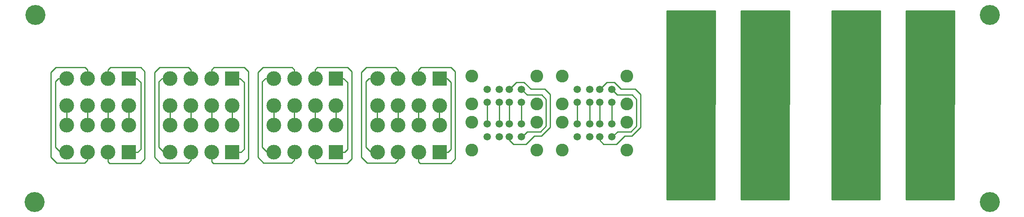
<source format=gbr>
G04 #@! TF.FileFunction,Copper,L2,Bot,Signal*
%FSLAX46Y46*%
G04 Gerber Fmt 4.6, Leading zero omitted, Abs format (unit mm)*
G04 Created by KiCad (PCBNEW 4.0.7) date 02/15/18 17:09:35*
%MOMM*%
%LPD*%
G01*
G04 APERTURE LIST*
%ADD10C,0.100000*%
%ADD11C,4.064000*%
%ADD12C,2.800000*%
%ADD13C,1.508000*%
%ADD14C,2.600000*%
%ADD15R,3.000000X3.000000*%
%ADD16C,3.000000*%
%ADD17C,0.250000*%
%ADD18C,0.254000*%
G04 APERTURE END LIST*
D10*
D11*
X48895000Y-103378000D03*
X48704500Y-141414500D03*
D12*
X213931500Y-118681500D03*
X217731500Y-118681500D03*
X213931500Y-106181500D03*
X217731500Y-106181500D03*
X228931500Y-118681500D03*
X232731500Y-118681500D03*
X228931500Y-106181500D03*
X232731500Y-106181500D03*
X179959000Y-118618000D03*
X183759000Y-118618000D03*
X179959000Y-106118000D03*
X183759000Y-106118000D03*
X194959000Y-118618000D03*
X198759000Y-118618000D03*
X194959000Y-106118000D03*
X198759000Y-106118000D03*
D13*
X166016000Y-128189000D03*
X163516000Y-128189000D03*
X159016000Y-128189000D03*
X161516000Y-128189000D03*
X161516000Y-125569000D03*
X159016000Y-125569000D03*
X163516000Y-125569000D03*
X166016000Y-125569000D03*
D14*
X155946000Y-130899000D03*
X169086000Y-130899000D03*
X169086000Y-125219000D03*
X155946000Y-125219000D03*
D13*
X166016000Y-118508500D03*
X163516000Y-118508500D03*
X159016000Y-118508500D03*
X161516000Y-118508500D03*
X161516000Y-121128500D03*
X159016000Y-121128500D03*
X163516000Y-121128500D03*
X166016000Y-121128500D03*
D14*
X155946000Y-115798500D03*
X169086000Y-115798500D03*
X169086000Y-121478500D03*
X155946000Y-121478500D03*
D13*
X147664500Y-128189000D03*
X145164500Y-128189000D03*
X140664500Y-128189000D03*
X143164500Y-128189000D03*
X143164500Y-125569000D03*
X140664500Y-125569000D03*
X145164500Y-125569000D03*
X147664500Y-125569000D03*
D14*
X137594500Y-130899000D03*
X150734500Y-130899000D03*
X150734500Y-125219000D03*
X137594500Y-125219000D03*
D13*
X147664500Y-118508500D03*
X145164500Y-118508500D03*
X140664500Y-118508500D03*
X143164500Y-118508500D03*
X143164500Y-121128500D03*
X140664500Y-121128500D03*
X145164500Y-121128500D03*
X147664500Y-121128500D03*
D14*
X137594500Y-115798500D03*
X150734500Y-115798500D03*
X150734500Y-121478500D03*
X137594500Y-121478500D03*
D12*
X213933500Y-137578000D03*
X217933500Y-137578000D03*
X213933500Y-125898000D03*
X217933500Y-125898000D03*
X228933500Y-125898000D03*
X232933500Y-125898000D03*
X228933500Y-137578000D03*
X232933500Y-137578000D03*
X179992750Y-137546250D03*
X183992750Y-137546250D03*
X179992750Y-125866250D03*
X183992750Y-125866250D03*
X194992750Y-125866250D03*
X198992750Y-125866250D03*
X194992750Y-137546250D03*
X198992750Y-137546250D03*
D15*
X88900000Y-116268500D03*
D16*
X84700000Y-116268500D03*
X80500000Y-116268500D03*
X76300000Y-116268500D03*
X88900000Y-121768500D03*
X84700000Y-121768500D03*
X80500000Y-121768500D03*
X76300000Y-121768500D03*
D15*
X131000500Y-116268500D03*
D16*
X126800500Y-116268500D03*
X122600500Y-116268500D03*
X118400500Y-116268500D03*
X131000500Y-121768500D03*
X126800500Y-121768500D03*
X122600500Y-121768500D03*
X118400500Y-121768500D03*
D15*
X67881500Y-131318000D03*
D16*
X63681500Y-131318000D03*
X59481500Y-131318000D03*
X55281500Y-131318000D03*
X67881500Y-125818000D03*
X63681500Y-125818000D03*
X59481500Y-125818000D03*
X55281500Y-125818000D03*
D15*
X88900000Y-131318000D03*
D16*
X84700000Y-131318000D03*
X80500000Y-131318000D03*
X76300000Y-131318000D03*
X88900000Y-125818000D03*
X84700000Y-125818000D03*
X80500000Y-125818000D03*
X76300000Y-125818000D03*
D15*
X131000500Y-131318000D03*
D16*
X126800500Y-131318000D03*
X122600500Y-131318000D03*
X118400500Y-131318000D03*
X131000500Y-125818000D03*
X126800500Y-125818000D03*
X122600500Y-125818000D03*
X118400500Y-125818000D03*
D15*
X67881500Y-116268500D03*
D16*
X63681500Y-116268500D03*
X59481500Y-116268500D03*
X55281500Y-116268500D03*
X67881500Y-121768500D03*
X63681500Y-121768500D03*
X59481500Y-121768500D03*
X55281500Y-121768500D03*
D15*
X109982000Y-116268500D03*
D16*
X105782000Y-116268500D03*
X101582000Y-116268500D03*
X97382000Y-116268500D03*
X109982000Y-121768500D03*
X105782000Y-121768500D03*
X101582000Y-121768500D03*
X97382000Y-121768500D03*
D15*
X109982000Y-131318000D03*
D16*
X105782000Y-131318000D03*
X101582000Y-131318000D03*
X97382000Y-131318000D03*
X109982000Y-125818000D03*
X105782000Y-125818000D03*
X101582000Y-125818000D03*
X97382000Y-125818000D03*
D11*
X242760500Y-103378000D03*
X242760500Y-141414500D03*
D17*
X159016000Y-121128500D02*
X159016000Y-125569000D01*
X161516000Y-121128500D02*
X161516000Y-125569000D01*
X163516000Y-125569000D02*
X163516000Y-121128500D01*
X166016000Y-121128500D02*
X166016000Y-125569000D01*
X140664500Y-121128500D02*
X140664500Y-125569000D01*
X143164500Y-121128500D02*
X143164500Y-125569000D01*
X145164500Y-125569000D02*
X145164500Y-121128500D01*
X147664500Y-121128500D02*
X147664500Y-125569000D01*
X164994000Y-117030500D02*
X163516000Y-118508500D01*
X166497000Y-117030500D02*
X164994000Y-117030500D01*
X167894000Y-118427500D02*
X166497000Y-117030500D01*
X170751500Y-118427500D02*
X167894000Y-118427500D01*
X171831000Y-119507000D02*
X170751500Y-118427500D01*
X171831000Y-126238000D02*
X171831000Y-119507000D01*
X170053000Y-128016000D02*
X171831000Y-126238000D01*
X168592500Y-128016000D02*
X170053000Y-128016000D01*
X166941500Y-129667000D02*
X168592500Y-128016000D01*
X164338000Y-129667000D02*
X166941500Y-129667000D01*
X163516000Y-128845000D02*
X164338000Y-129667000D01*
X163516000Y-128189000D02*
X163516000Y-128845000D01*
X145164500Y-128189000D02*
X145164500Y-128845000D01*
X145164500Y-128845000D02*
X145986500Y-129667000D01*
X145986500Y-129667000D02*
X148590000Y-129667000D01*
X148590000Y-129667000D02*
X150241000Y-128016000D01*
X150241000Y-128016000D02*
X151701500Y-128016000D01*
X151701500Y-128016000D02*
X153479500Y-126238000D01*
X153479500Y-126238000D02*
X153479500Y-119507000D01*
X153479500Y-119507000D02*
X152400000Y-118427500D01*
X152400000Y-118427500D02*
X149542500Y-118427500D01*
X149542500Y-118427500D02*
X148145500Y-117030500D01*
X148145500Y-117030500D02*
X146642500Y-117030500D01*
X146642500Y-117030500D02*
X145164500Y-118508500D01*
X167141500Y-119634000D02*
X166016000Y-118508500D01*
X170116500Y-119634000D02*
X167141500Y-119634000D01*
X171005500Y-120523000D02*
X170116500Y-119634000D01*
X171005500Y-125984000D02*
X171005500Y-120523000D01*
X169862500Y-127127000D02*
X171005500Y-125984000D01*
X167195500Y-127127000D02*
X169862500Y-127127000D01*
X166133500Y-128189000D02*
X167195500Y-127127000D01*
X166016000Y-128189000D02*
X166133500Y-128189000D01*
X147664500Y-128189000D02*
X147782000Y-128189000D01*
X147782000Y-128189000D02*
X148844000Y-127127000D01*
X148844000Y-127127000D02*
X151511000Y-127127000D01*
X151511000Y-127127000D02*
X152654000Y-125984000D01*
X152654000Y-125984000D02*
X152654000Y-120523000D01*
X152654000Y-120523000D02*
X151765000Y-119634000D01*
X151765000Y-119634000D02*
X148790000Y-119634000D01*
X148790000Y-119634000D02*
X147664500Y-118508500D01*
X90678000Y-131318000D02*
X91313000Y-130683000D01*
X91313000Y-130683000D02*
X91313000Y-117094000D01*
X91313000Y-117094000D02*
X90487500Y-116268500D01*
X90487500Y-116268500D02*
X88900000Y-116268500D01*
X88900000Y-131318000D02*
X90678000Y-131318000D01*
X84700000Y-133214000D02*
X85026500Y-133540500D01*
X85026500Y-133540500D02*
X91249500Y-133540500D01*
X91249500Y-133540500D02*
X92138500Y-132651500D01*
X92138500Y-132651500D02*
X92138500Y-114871500D01*
X92138500Y-114871500D02*
X91313000Y-114046000D01*
X91313000Y-114046000D02*
X85153500Y-114046000D01*
X85153500Y-114046000D02*
X84700000Y-114499500D01*
X84700000Y-114499500D02*
X84700000Y-116268500D01*
X84700000Y-131318000D02*
X84700000Y-133214000D01*
X80500000Y-131318000D02*
X80500000Y-132923500D01*
X80500000Y-132923500D02*
X79946500Y-133477000D01*
X79946500Y-133477000D02*
X74231500Y-133477000D01*
X74231500Y-133477000D02*
X73088500Y-132334000D01*
X73088500Y-132334000D02*
X73088500Y-115062000D01*
X73088500Y-115062000D02*
X74104500Y-114046000D01*
X74104500Y-114046000D02*
X80010000Y-114046000D01*
X80010000Y-114046000D02*
X80500000Y-114536000D01*
X80500000Y-114536000D02*
X80500000Y-116268500D01*
X74612500Y-116268500D02*
X76300000Y-116268500D01*
X73977500Y-116903500D02*
X74612500Y-116268500D01*
X73977500Y-130302000D02*
X73977500Y-116903500D01*
X74993500Y-131318000D02*
X73977500Y-130302000D01*
X76300000Y-131318000D02*
X74993500Y-131318000D01*
X88900000Y-121768500D02*
X88900000Y-125818000D01*
X84700000Y-121768500D02*
X84700000Y-125818000D01*
X80500000Y-121768500D02*
X80500000Y-125818000D01*
X76300000Y-121768500D02*
X76300000Y-125818000D01*
X132715000Y-131318000D02*
X133350000Y-130683000D01*
X133350000Y-130683000D02*
X133350000Y-117094000D01*
X133350000Y-117094000D02*
X132524500Y-116268500D01*
X132524500Y-116268500D02*
X130937000Y-116268500D01*
X130937000Y-131318000D02*
X132715000Y-131318000D01*
X126737000Y-133214000D02*
X127063500Y-133540500D01*
X127063500Y-133540500D02*
X133286500Y-133540500D01*
X133286500Y-133540500D02*
X134175500Y-132651500D01*
X134175500Y-132651500D02*
X134175500Y-114871500D01*
X134175500Y-114871500D02*
X133350000Y-114046000D01*
X133350000Y-114046000D02*
X127190500Y-114046000D01*
X127190500Y-114046000D02*
X126737000Y-114499500D01*
X126737000Y-114499500D02*
X126737000Y-116268500D01*
X126737000Y-131318000D02*
X126737000Y-133214000D01*
X122537000Y-131318000D02*
X122537000Y-132923500D01*
X122537000Y-132923500D02*
X121983500Y-133477000D01*
X121983500Y-133477000D02*
X116268500Y-133477000D01*
X116268500Y-133477000D02*
X115125500Y-132334000D01*
X115125500Y-132334000D02*
X115125500Y-115062000D01*
X115125500Y-115062000D02*
X116141500Y-114046000D01*
X116141500Y-114046000D02*
X122047000Y-114046000D01*
X122047000Y-114046000D02*
X122537000Y-114536000D01*
X122537000Y-114536000D02*
X122537000Y-116268500D01*
X116649500Y-116268500D02*
X118337000Y-116268500D01*
X116014500Y-116903500D02*
X116649500Y-116268500D01*
X116014500Y-130302000D02*
X116014500Y-116903500D01*
X117030500Y-131318000D02*
X116014500Y-130302000D01*
X118337000Y-131318000D02*
X117030500Y-131318000D01*
X130937000Y-121768500D02*
X130937000Y-125818000D01*
X126737000Y-121768500D02*
X126737000Y-125818000D01*
X122537000Y-121768500D02*
X122537000Y-125818000D01*
X118337000Y-121768500D02*
X118337000Y-125818000D01*
X67881500Y-131318000D02*
X69659500Y-131318000D01*
X69469000Y-116268500D02*
X67881500Y-116268500D01*
X70294500Y-117094000D02*
X69469000Y-116268500D01*
X70294500Y-130683000D02*
X70294500Y-117094000D01*
X69659500Y-131318000D02*
X70294500Y-130683000D01*
X63681500Y-131318000D02*
X63681500Y-133214000D01*
X63681500Y-114499500D02*
X63681500Y-116268500D01*
X64135000Y-114046000D02*
X63681500Y-114499500D01*
X70294500Y-114046000D02*
X64135000Y-114046000D01*
X71120000Y-114871500D02*
X70294500Y-114046000D01*
X71120000Y-132651500D02*
X71120000Y-114871500D01*
X70231000Y-133540500D02*
X71120000Y-132651500D01*
X64008000Y-133540500D02*
X70231000Y-133540500D01*
X63681500Y-133214000D02*
X64008000Y-133540500D01*
X59481500Y-114536000D02*
X59481500Y-116268500D01*
X58991500Y-114046000D02*
X59481500Y-114536000D01*
X53086000Y-114046000D02*
X58991500Y-114046000D01*
X52070000Y-115062000D02*
X53086000Y-114046000D01*
X52070000Y-132334000D02*
X52070000Y-115062000D01*
X53213000Y-133477000D02*
X52070000Y-132334000D01*
X58928000Y-133477000D02*
X53213000Y-133477000D01*
X59481500Y-132923500D02*
X58928000Y-133477000D01*
X59481500Y-131318000D02*
X59481500Y-132923500D01*
X55281500Y-131318000D02*
X53975000Y-131318000D01*
X53975000Y-131318000D02*
X52959000Y-130302000D01*
X52959000Y-130302000D02*
X52959000Y-116903500D01*
X52959000Y-116903500D02*
X53594000Y-116268500D01*
X53594000Y-116268500D02*
X55281500Y-116268500D01*
X67881500Y-121768500D02*
X67881500Y-125818000D01*
X63681500Y-121768500D02*
X63681500Y-125818000D01*
X59481500Y-121768500D02*
X59481500Y-125818000D01*
X55281500Y-121768500D02*
X55281500Y-125818000D01*
X109918500Y-131318000D02*
X111696500Y-131318000D01*
X111506000Y-116268500D02*
X109918500Y-116268500D01*
X112331500Y-117094000D02*
X111506000Y-116268500D01*
X112331500Y-130683000D02*
X112331500Y-117094000D01*
X111696500Y-131318000D02*
X112331500Y-130683000D01*
X105718500Y-131318000D02*
X105718500Y-133214000D01*
X105718500Y-114499500D02*
X105718500Y-116268500D01*
X106172000Y-114046000D02*
X105718500Y-114499500D01*
X112331500Y-114046000D02*
X106172000Y-114046000D01*
X113157000Y-114871500D02*
X112331500Y-114046000D01*
X113157000Y-132651500D02*
X113157000Y-114871500D01*
X112268000Y-133540500D02*
X113157000Y-132651500D01*
X106045000Y-133540500D02*
X112268000Y-133540500D01*
X105718500Y-133214000D02*
X106045000Y-133540500D01*
X101518500Y-114536000D02*
X101518500Y-116268500D01*
X101028500Y-114046000D02*
X101518500Y-114536000D01*
X95123000Y-114046000D02*
X101028500Y-114046000D01*
X94107000Y-115062000D02*
X95123000Y-114046000D01*
X94107000Y-132334000D02*
X94107000Y-115062000D01*
X95250000Y-133477000D02*
X94107000Y-132334000D01*
X100965000Y-133477000D02*
X95250000Y-133477000D01*
X101518500Y-132923500D02*
X100965000Y-133477000D01*
X101518500Y-131318000D02*
X101518500Y-132923500D01*
X97318500Y-131318000D02*
X96012000Y-131318000D01*
X96012000Y-131318000D02*
X94996000Y-130302000D01*
X94996000Y-130302000D02*
X94996000Y-116903500D01*
X94996000Y-116903500D02*
X95631000Y-116268500D01*
X95631000Y-116268500D02*
X97318500Y-116268500D01*
X109918500Y-121768500D02*
X109918500Y-125818000D01*
X105718500Y-121768500D02*
X105718500Y-125818000D01*
X101518500Y-121768500D02*
X101518500Y-125818000D01*
X97318500Y-121768500D02*
X97318500Y-125818000D01*
D18*
G36*
X186944208Y-140970000D02*
X177165000Y-140970000D01*
X177165000Y-102489000D01*
X187007291Y-102489000D01*
X186944208Y-140970000D01*
X186944208Y-140970000D01*
G37*
X186944208Y-140970000D02*
X177165000Y-140970000D01*
X177165000Y-102489000D01*
X187007291Y-102489000D01*
X186944208Y-140970000D01*
G36*
X201993708Y-140970000D02*
X192214500Y-140970000D01*
X192214500Y-102489000D01*
X202056791Y-102489000D01*
X201993708Y-140970000D01*
X201993708Y-140970000D01*
G37*
X201993708Y-140970000D02*
X192214500Y-140970000D01*
X192214500Y-102489000D01*
X202056791Y-102489000D01*
X201993708Y-140970000D01*
G36*
X220472208Y-140970000D02*
X210693000Y-140970000D01*
X210693000Y-102489000D01*
X220535291Y-102489000D01*
X220472208Y-140970000D01*
X220472208Y-140970000D01*
G37*
X220472208Y-140970000D02*
X210693000Y-140970000D01*
X210693000Y-102489000D01*
X220535291Y-102489000D01*
X220472208Y-140970000D01*
G36*
X235521708Y-140970000D02*
X225742500Y-140970000D01*
X225742500Y-102489000D01*
X235584791Y-102489000D01*
X235521708Y-140970000D01*
X235521708Y-140970000D01*
G37*
X235521708Y-140970000D02*
X225742500Y-140970000D01*
X225742500Y-102489000D01*
X235584791Y-102489000D01*
X235521708Y-140970000D01*
M02*

</source>
